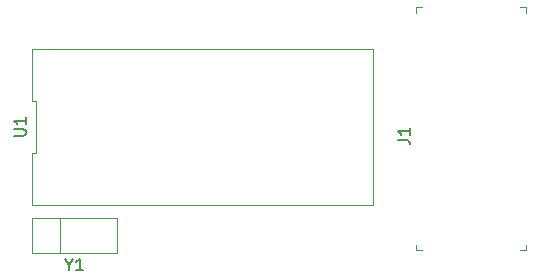
<source format=gbr>
%TF.GenerationSoftware,KiCad,Pcbnew,(5.1.7)-1*%
%TF.CreationDate,2020-11-17T20:53:12-06:00*%
%TF.ProjectId,ST72F264 Programming Interface,53543732-4632-4363-9420-50726f677261,rev?*%
%TF.SameCoordinates,Original*%
%TF.FileFunction,Legend,Top*%
%TF.FilePolarity,Positive*%
%FSLAX46Y46*%
G04 Gerber Fmt 4.6, Leading zero omitted, Abs format (unit mm)*
G04 Created by KiCad (PCBNEW (5.1.7)-1) date 2020-11-17 20:53:12*
%MOMM*%
%LPD*%
G01*
G04 APERTURE LIST*
%ADD10C,0.100000*%
%ADD11C,0.120000*%
%ADD12C,0.150000*%
G04 APERTURE END LIST*
D10*
%TO.C,J1*%
X160100000Y-92000000D02*
X160100000Y-92500000D01*
X160100000Y-92000000D02*
X160600000Y-92000000D01*
X160100000Y-112600000D02*
X160100000Y-112100000D01*
X160100000Y-112600000D02*
X160600000Y-112600000D01*
X169400000Y-112600000D02*
X168900000Y-112600000D01*
X169400000Y-112600000D02*
X169400000Y-112100000D01*
X169400000Y-92000000D02*
X169400000Y-92500000D01*
X169400000Y-92000000D02*
X168900000Y-92000000D01*
D11*
%TO.C,Y1*%
X129910001Y-109840001D02*
X129910001Y-112840001D01*
X127560001Y-112840001D02*
X127560001Y-109840001D01*
X134760001Y-112840001D02*
X127560001Y-112840001D01*
X134760001Y-109840001D02*
X134760001Y-112840001D01*
X127560001Y-109840001D02*
X134760001Y-109840001D01*
%TO.C,U1*%
X127560001Y-104333334D02*
X127560001Y-108720000D01*
X127920001Y-104333334D02*
X127560001Y-104333334D01*
X127920001Y-99946668D02*
X127920001Y-104333334D01*
X127560001Y-99946668D02*
X127920001Y-99946668D01*
X127560001Y-95560001D02*
X127560001Y-99946668D01*
X156460001Y-95560002D02*
X127560001Y-95560001D01*
X156460001Y-108720001D02*
X156460001Y-95560002D01*
X127560001Y-108720000D02*
X156460001Y-108720001D01*
%TO.C,J1*%
D12*
X158552380Y-103233333D02*
X159266666Y-103233333D01*
X159409523Y-103280952D01*
X159504761Y-103376190D01*
X159552380Y-103519047D01*
X159552380Y-103614285D01*
X159552380Y-102233333D02*
X159552380Y-102804761D01*
X159552380Y-102519047D02*
X158552380Y-102519047D01*
X158695238Y-102614285D01*
X158790476Y-102709523D01*
X158838095Y-102804761D01*
%TO.C,Y1*%
X130683810Y-113816191D02*
X130683810Y-114292381D01*
X130350477Y-113292381D02*
X130683810Y-113816191D01*
X131017143Y-113292381D01*
X131874286Y-114292381D02*
X131302858Y-114292381D01*
X131588572Y-114292381D02*
X131588572Y-113292381D01*
X131493334Y-113435239D01*
X131398096Y-113530477D01*
X131302858Y-113578096D01*
%TO.C,U1*%
X126012381Y-102901905D02*
X126821905Y-102901905D01*
X126917143Y-102854286D01*
X126964762Y-102806667D01*
X127012381Y-102711429D01*
X127012381Y-102520953D01*
X126964762Y-102425715D01*
X126917143Y-102378096D01*
X126821905Y-102330477D01*
X126012381Y-102330477D01*
X127012381Y-101330477D02*
X127012381Y-101901905D01*
X127012381Y-101616191D02*
X126012381Y-101616191D01*
X126155239Y-101711429D01*
X126250477Y-101806667D01*
X126298096Y-101901905D01*
%TD*%
M02*

</source>
